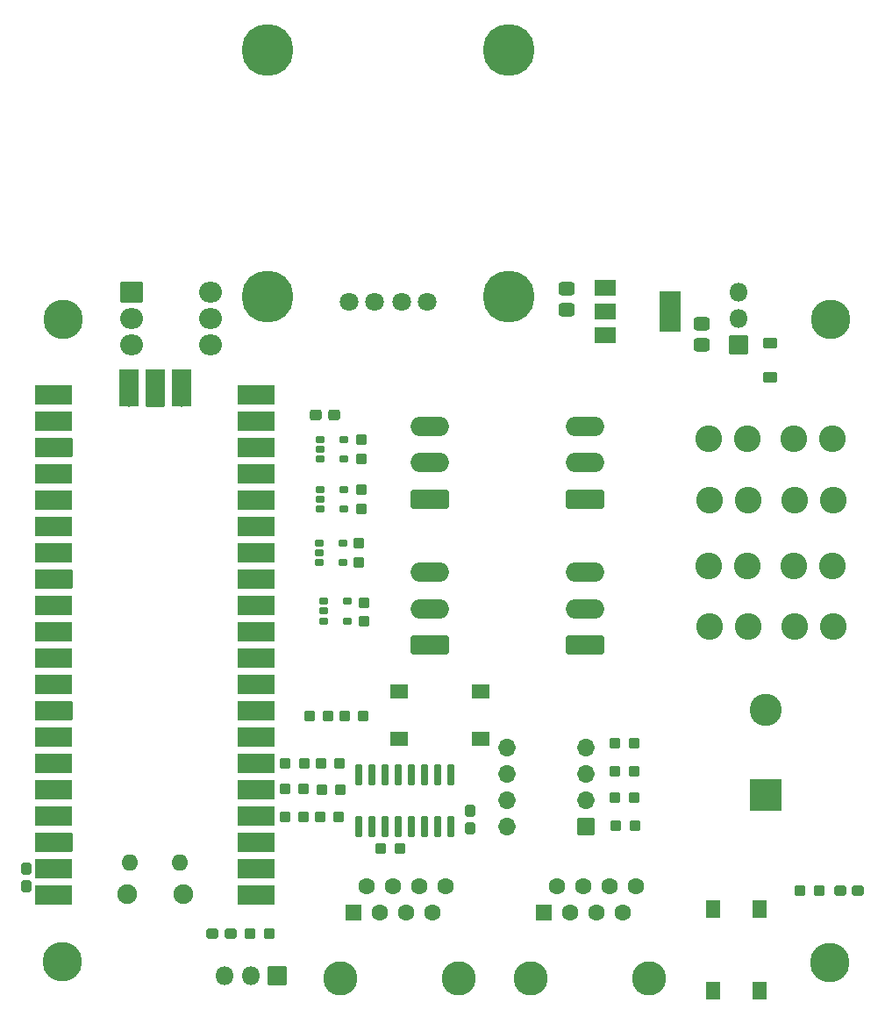
<source format=gbr>
%TF.GenerationSoftware,KiCad,Pcbnew,(6.0.7)*%
%TF.CreationDate,2022-08-24T09:38:19-04:00*%
%TF.ProjectId,Receiver_Out,52656365-6976-4657-925f-4f75742e6b69,v2*%
%TF.SameCoordinates,Original*%
%TF.FileFunction,Soldermask,Top*%
%TF.FilePolarity,Negative*%
%FSLAX46Y46*%
G04 Gerber Fmt 4.6, Leading zero omitted, Abs format (unit mm)*
G04 Created by KiCad (PCBNEW (6.0.7)) date 2022-08-24 09:38:19*
%MOMM*%
%LPD*%
G01*
G04 APERTURE LIST*
G04 Aperture macros list*
%AMRoundRect*
0 Rectangle with rounded corners*
0 $1 Rounding radius*
0 $2 $3 $4 $5 $6 $7 $8 $9 X,Y pos of 4 corners*
0 Add a 4 corners polygon primitive as box body*
4,1,4,$2,$3,$4,$5,$6,$7,$8,$9,$2,$3,0*
0 Add four circle primitives for the rounded corners*
1,1,$1+$1,$2,$3*
1,1,$1+$1,$4,$5*
1,1,$1+$1,$6,$7*
1,1,$1+$1,$8,$9*
0 Add four rect primitives between the rounded corners*
20,1,$1+$1,$2,$3,$4,$5,0*
20,1,$1+$1,$4,$5,$6,$7,0*
20,1,$1+$1,$6,$7,$8,$9,0*
20,1,$1+$1,$8,$9,$2,$3,0*%
G04 Aperture macros list end*
%ADD10RoundRect,0.301000X1.550000X-0.650000X1.550000X0.650000X-1.550000X0.650000X-1.550000X-0.650000X0*%
%ADD11O,3.702000X1.902000*%
%ADD12RoundRect,0.051000X1.500000X-1.500000X1.500000X1.500000X-1.500000X1.500000X-1.500000X-1.500000X0*%
%ADD13C,3.102000*%
%ADD14C,2.577000*%
%ADD15RoundRect,0.301000X0.475000X-0.337500X0.475000X0.337500X-0.475000X0.337500X-0.475000X-0.337500X0*%
%ADD16RoundRect,0.051000X0.850000X0.850000X-0.850000X0.850000X-0.850000X-0.850000X0.850000X-0.850000X0*%
%ADD17O,1.802000X1.802000*%
%ADD18RoundRect,0.288500X-0.250000X-0.237500X0.250000X-0.237500X0.250000X0.237500X-0.250000X0.237500X0*%
%ADD19RoundRect,0.288500X-0.287500X-0.237500X0.287500X-0.237500X0.287500X0.237500X-0.287500X0.237500X0*%
%ADD20C,3.302000*%
%ADD21RoundRect,0.051000X-0.750000X-0.750000X0.750000X-0.750000X0.750000X0.750000X-0.750000X0.750000X0*%
%ADD22C,1.602000*%
%ADD23RoundRect,0.201000X-0.150000X0.825000X-0.150000X-0.825000X0.150000X-0.825000X0.150000X0.825000X0*%
%ADD24RoundRect,0.288500X0.300000X0.237500X-0.300000X0.237500X-0.300000X-0.237500X0.300000X-0.237500X0*%
%ADD25RoundRect,0.051000X-0.600000X0.450000X-0.600000X-0.450000X0.600000X-0.450000X0.600000X0.450000X0*%
%ADD26RoundRect,0.288500X-0.237500X0.250000X-0.237500X-0.250000X0.237500X-0.250000X0.237500X0.250000X0*%
%ADD27RoundRect,0.051000X-1.000000X-0.750000X1.000000X-0.750000X1.000000X0.750000X-1.000000X0.750000X0*%
%ADD28RoundRect,0.051000X-1.000000X-1.900000X1.000000X-1.900000X1.000000X1.900000X-1.000000X1.900000X0*%
%ADD29RoundRect,0.051000X-0.350000X-0.255000X0.350000X-0.255000X0.350000X0.255000X-0.350000X0.255000X0*%
%ADD30RoundRect,0.288500X0.237500X-0.300000X0.237500X0.300000X-0.237500X0.300000X-0.237500X-0.300000X0*%
%ADD31RoundRect,0.288500X0.250000X0.237500X-0.250000X0.237500X-0.250000X-0.237500X0.250000X-0.237500X0*%
%ADD32C,5.000000*%
%ADD33C,1.802000*%
%ADD34C,3.802000*%
%ADD35O,1.902000X1.902000*%
%ADD36O,1.602000X1.602000*%
%ADD37RoundRect,0.051000X1.750000X0.850000X-1.750000X0.850000X-1.750000X-0.850000X1.750000X-0.850000X0*%
%ADD38RoundRect,0.051000X-0.850000X1.750000X-0.850000X-1.750000X0.850000X-1.750000X0.850000X1.750000X0*%
%ADD39RoundRect,0.051000X0.650000X-0.775000X0.650000X0.775000X-0.650000X0.775000X-0.650000X-0.775000X0*%
%ADD40RoundRect,0.051000X0.775000X0.650000X-0.775000X0.650000X-0.775000X-0.650000X0.775000X-0.650000X0*%
%ADD41RoundRect,0.288500X0.287500X0.237500X-0.287500X0.237500X-0.287500X-0.237500X0.287500X-0.237500X0*%
%ADD42RoundRect,0.051000X-1.050000X-0.950000X1.050000X-0.950000X1.050000X0.950000X-1.050000X0.950000X0*%
%ADD43O,2.202000X2.002000*%
%ADD44RoundRect,0.288500X-0.237500X0.300000X-0.237500X-0.300000X0.237500X-0.300000X0.237500X0.300000X0*%
%ADD45RoundRect,0.051000X-0.850000X0.850000X-0.850000X-0.850000X0.850000X-0.850000X0.850000X0.850000X0*%
%ADD46RoundRect,0.051000X0.800000X0.800000X-0.800000X0.800000X-0.800000X-0.800000X0.800000X-0.800000X0*%
%ADD47O,1.702000X1.702000*%
G04 APERTURE END LIST*
D10*
%TO.C,J2*%
X-116373700Y25585700D03*
D11*
X-116373700Y29085700D03*
X-116373700Y32585700D03*
%TD*%
D10*
%TO.C,J4*%
X-101373700Y25603200D03*
D11*
X-101373700Y29103200D03*
X-101373700Y32603200D03*
%TD*%
D10*
%TO.C,J3*%
X-101373700Y11520700D03*
D11*
X-101373700Y15020700D03*
X-101373700Y18520700D03*
%TD*%
D10*
%TO.C,J1*%
X-116373700Y11503200D03*
D11*
X-116373700Y15003200D03*
X-116373700Y18503200D03*
%TD*%
D12*
%TO.C,TB1*%
X-83952400Y-3012260D03*
D13*
X-83952400Y5237660D03*
%TD*%
D14*
%TO.C,F2*%
X-77549410Y31385700D03*
X-81249410Y31385700D03*
X-85749410Y31385700D03*
X-89449410Y31385700D03*
%TD*%
%TO.C,F4*%
X-77466200Y25485700D03*
X-81166200Y25485700D03*
X-85666200Y25485700D03*
X-89366200Y25485700D03*
%TD*%
%TO.C,F1*%
X-77549410Y19085700D03*
X-81249410Y19085700D03*
X-85749410Y19085700D03*
X-89449410Y19085700D03*
%TD*%
%TO.C,F3*%
X-77466200Y13285700D03*
X-81166200Y13285700D03*
X-85666200Y13285700D03*
X-89366200Y13285700D03*
%TD*%
D15*
%TO.C,C1*%
X-90116200Y40448200D03*
X-90116200Y42523200D03*
%TD*%
D16*
%TO.C,J6*%
X-86616200Y40460700D03*
D17*
X-86616200Y43000700D03*
X-86616200Y45540700D03*
%TD*%
D15*
%TO.C,C2*%
X-103216200Y43833200D03*
X-103216200Y45908200D03*
%TD*%
D18*
%TO.C,R1*%
X-80628700Y-12214300D03*
X-78803700Y-12214300D03*
%TD*%
D19*
%TO.C,D2*%
X-76791200Y-12214300D03*
X-75041200Y-12214300D03*
%TD*%
D20*
%TO.C,J7*%
X-95238700Y-20664300D03*
X-106668700Y-20664300D03*
D21*
X-105398700Y-14314300D03*
D22*
X-104128700Y-11774300D03*
X-102858700Y-14314300D03*
X-101588700Y-11774300D03*
X-100318700Y-14314300D03*
X-99048700Y-11774300D03*
X-97778700Y-14314300D03*
X-96508700Y-11774300D03*
%TD*%
D18*
%TO.C,R3*%
X-98416200Y-5914300D03*
X-96591200Y-5914300D03*
%TD*%
%TO.C,R4*%
X-98528700Y-3214300D03*
X-96703700Y-3214300D03*
%TD*%
%TO.C,R5*%
X-98528700Y-714300D03*
X-96703700Y-714300D03*
%TD*%
%TO.C,R6*%
X-98528700Y1985700D03*
X-96703700Y1985700D03*
%TD*%
D23*
%TO.C,U3*%
X-114366200Y-1049436D03*
X-115636200Y-1049436D03*
X-116906200Y-1049436D03*
X-118176200Y-1049436D03*
X-119446200Y-1049436D03*
X-120716200Y-1049436D03*
X-121986200Y-1049436D03*
X-123256200Y-1049436D03*
X-123256200Y-5999436D03*
X-121986200Y-5999436D03*
X-120716200Y-5999436D03*
X-119446200Y-5999436D03*
X-118176200Y-5999436D03*
X-116906200Y-5999436D03*
X-115636200Y-5999436D03*
X-114366200Y-5999436D03*
%TD*%
D24*
%TO.C,C3*%
X-125653700Y33685700D03*
X-127378700Y33685700D03*
%TD*%
D25*
%TO.C,D1*%
X-83516200Y40635700D03*
X-83516200Y37335700D03*
%TD*%
D26*
%TO.C,R7*%
X-122716200Y15598200D03*
X-122716200Y13773200D03*
%TD*%
%TO.C,R8*%
X-123016200Y26498200D03*
X-123016200Y24673200D03*
%TD*%
%TO.C,R10*%
X-123016200Y31298200D03*
X-123016200Y29473200D03*
%TD*%
D27*
%TO.C,U2*%
X-99466200Y45970700D03*
D28*
X-93166200Y43670700D03*
D27*
X-99466200Y43670700D03*
X-99466200Y41370700D03*
%TD*%
D29*
%TO.C,U4*%
X-126676200Y15735700D03*
X-126676200Y14785700D03*
X-126676200Y13835700D03*
X-124356200Y13835700D03*
X-124356200Y15735700D03*
%TD*%
D30*
%TO.C,C4*%
X-112511200Y-6186936D03*
X-112511200Y-4461936D03*
%TD*%
D26*
%TO.C,R9*%
X-123216200Y21298200D03*
X-123216200Y19473200D03*
%TD*%
D31*
%TO.C,R2*%
X-119303700Y-8164300D03*
X-121128700Y-8164300D03*
%TD*%
D20*
%TO.C,J8*%
X-113638700Y-20664300D03*
X-125068700Y-20664300D03*
D21*
X-123798700Y-14314300D03*
D22*
X-122528700Y-11774300D03*
X-121258700Y-14314300D03*
X-119988700Y-11774300D03*
X-118718700Y-14314300D03*
X-117448700Y-11774300D03*
X-116178700Y-14314300D03*
X-114908700Y-11774300D03*
%TD*%
D32*
%TO.C,J5*%
X-108766200Y68885700D03*
X-132066200Y45085700D03*
X-132066200Y68885700D03*
X-108766200Y45085700D03*
D33*
X-124216200Y44585700D03*
X-121716200Y44585700D03*
X-119116200Y44585700D03*
X-116616200Y44585700D03*
%TD*%
D34*
%TO.C,H3*%
X-151816200Y42885700D03*
%TD*%
D35*
%TO.C,U1*%
X-145641200Y-12514300D03*
D36*
X-145341200Y-9484300D03*
X-140491200Y-9484300D03*
D35*
X-140191200Y-12514300D03*
D17*
X-134026200Y-12644300D03*
D37*
X-133126200Y-12644300D03*
X-133126200Y-10104300D03*
D17*
X-134026200Y-10104300D03*
D16*
X-134026200Y-7564300D03*
D37*
X-133126200Y-7564300D03*
X-133126200Y-5024300D03*
D17*
X-134026200Y-5024300D03*
D37*
X-133126200Y-2484300D03*
D17*
X-134026200Y-2484300D03*
D37*
X-133126200Y55700D03*
D17*
X-134026200Y55700D03*
X-134026200Y2595700D03*
D37*
X-133126200Y2595700D03*
X-133126200Y5135700D03*
D16*
X-134026200Y5135700D03*
D17*
X-134026200Y7675700D03*
D37*
X-133126200Y7675700D03*
X-133126200Y10215700D03*
D17*
X-134026200Y10215700D03*
D37*
X-133126200Y12755700D03*
D17*
X-134026200Y12755700D03*
X-134026200Y15295700D03*
D37*
X-133126200Y15295700D03*
X-133126200Y17835700D03*
D16*
X-134026200Y17835700D03*
D17*
X-134026200Y20375700D03*
D37*
X-133126200Y20375700D03*
D17*
X-134026200Y22915700D03*
D37*
X-133126200Y22915700D03*
D17*
X-134026200Y25455700D03*
D37*
X-133126200Y25455700D03*
D17*
X-134026200Y27995700D03*
D37*
X-133126200Y27995700D03*
X-133126200Y30535700D03*
D16*
X-134026200Y30535700D03*
D17*
X-134026200Y33075700D03*
D37*
X-133126200Y33075700D03*
X-133126200Y35615700D03*
D17*
X-134026200Y35615700D03*
D37*
X-152706200Y35615700D03*
D17*
X-151806200Y35615700D03*
D37*
X-152706200Y33075700D03*
D17*
X-151806200Y33075700D03*
D16*
X-151806200Y30535700D03*
D37*
X-152706200Y30535700D03*
X-152706200Y27995700D03*
D17*
X-151806200Y27995700D03*
X-151806200Y25455700D03*
D37*
X-152706200Y25455700D03*
X-152706200Y22915700D03*
D17*
X-151806200Y22915700D03*
X-151806200Y20375700D03*
D37*
X-152706200Y20375700D03*
X-152706200Y17835700D03*
D16*
X-151806200Y17835700D03*
D37*
X-152706200Y15295700D03*
D17*
X-151806200Y15295700D03*
D37*
X-152706200Y12755700D03*
D17*
X-151806200Y12755700D03*
D37*
X-152706200Y10215700D03*
D17*
X-151806200Y10215700D03*
D37*
X-152706200Y7675700D03*
D17*
X-151806200Y7675700D03*
D37*
X-152706200Y5135700D03*
D16*
X-151806200Y5135700D03*
D37*
X-152706200Y2595700D03*
D17*
X-151806200Y2595700D03*
X-151806200Y55700D03*
D37*
X-152706200Y55700D03*
D17*
X-151806200Y-2484300D03*
D37*
X-152706200Y-2484300D03*
X-152706200Y-5024300D03*
D17*
X-151806200Y-5024300D03*
D16*
X-151806200Y-7564300D03*
D37*
X-152706200Y-7564300D03*
X-152706200Y-10104300D03*
D17*
X-151806200Y-10104300D03*
X-151806200Y-12644300D03*
D37*
X-152706200Y-12644300D03*
D17*
X-140376200Y35385700D03*
D38*
X-140376200Y36285700D03*
X-142916200Y36285700D03*
D16*
X-142916200Y35385700D03*
D38*
X-145456200Y36285700D03*
D17*
X-145456200Y35385700D03*
%TD*%
D18*
%TO.C,R17*%
X-130378700Y-2414300D03*
X-128553700Y-2414300D03*
%TD*%
D39*
%TO.C,SW4*%
X-89066200Y-13939300D03*
X-89066200Y-21889300D03*
X-84566200Y-21889300D03*
X-84566200Y-13939300D03*
%TD*%
D18*
%TO.C,R14*%
X-124628700Y4635700D03*
X-122803700Y4635700D03*
%TD*%
%TO.C,R15*%
X-126928700Y85700D03*
X-125103700Y85700D03*
%TD*%
D40*
%TO.C,SW3*%
X-119391200Y2485700D03*
X-111441200Y2485700D03*
X-111441200Y6985700D03*
X-119391200Y6985700D03*
%TD*%
D34*
%TO.C,H4*%
X-77686200Y42885700D03*
%TD*%
D31*
%TO.C,R12*%
X-125003700Y-2464300D03*
X-126828700Y-2464300D03*
%TD*%
D18*
%TO.C,R19*%
X-128028700Y4635700D03*
X-126203700Y4635700D03*
%TD*%
D29*
%TO.C,U6*%
X-127076200Y21335700D03*
X-127076200Y20385700D03*
X-127076200Y19435700D03*
X-124756200Y19435700D03*
X-124756200Y21335700D03*
%TD*%
D41*
%TO.C,D4*%
X-135641200Y-16314300D03*
X-137391200Y-16314300D03*
%TD*%
D34*
%TO.C,H2*%
X-77786200Y-19136300D03*
%TD*%
D18*
%TO.C,R11*%
X-133728700Y-16314300D03*
X-131903700Y-16314300D03*
%TD*%
D31*
%TO.C,R13*%
X-125153700Y-5064300D03*
X-126978700Y-5064300D03*
%TD*%
D42*
%TO.C,SW1*%
X-145148700Y45548200D03*
D43*
X-137528700Y40468200D03*
X-145148700Y40468200D03*
X-137528700Y45548200D03*
X-137528700Y43008200D03*
X-145148700Y43008200D03*
%TD*%
D18*
%TO.C,R18*%
X-130328700Y35700D03*
X-128503700Y35700D03*
%TD*%
D34*
%TO.C,H1*%
X-151836200Y-19086300D03*
%TD*%
D29*
%TO.C,U7*%
X-126976200Y31335700D03*
X-126976200Y30385700D03*
X-126976200Y29435700D03*
X-124656200Y29435700D03*
X-124656200Y31335700D03*
%TD*%
D44*
%TO.C,C5*%
X-155316200Y-10051800D03*
X-155316200Y-11776800D03*
%TD*%
D45*
%TO.C,J9*%
X-131116200Y-20414300D03*
D17*
X-133656200Y-20414300D03*
X-136196200Y-20414300D03*
%TD*%
D29*
%TO.C,U5*%
X-126976200Y26535700D03*
X-126976200Y25585700D03*
X-126976200Y24635700D03*
X-124656200Y24635700D03*
X-124656200Y26535700D03*
%TD*%
D18*
%TO.C,R16*%
X-130378700Y-5064300D03*
X-128553700Y-5064300D03*
%TD*%
D46*
%TO.C,SW2*%
X-101316200Y-6014300D03*
D47*
X-101316200Y-3474300D03*
X-101316200Y-934300D03*
X-101316200Y1605700D03*
X-108936200Y1605700D03*
X-108936200Y-934300D03*
X-108936200Y-3474300D03*
X-108936200Y-6014300D03*
%TD*%
M02*

</source>
